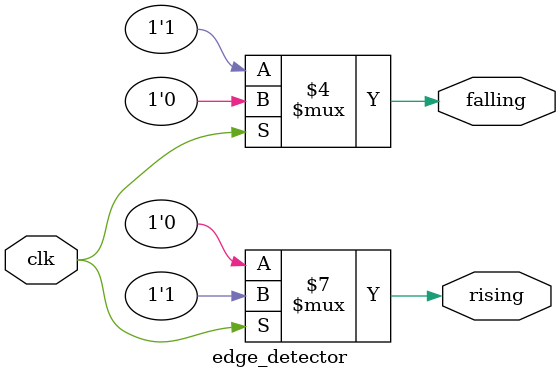
<source format=v>
module edge_detector(clk,rising,falling);
input clk;
output reg rising,falling;
always@(clk)
begin
 if(clk==1)
begin
rising=1'b1;
falling=1'b0;
end
else
begin
rising=1'b0;
falling=1'b1;
end
end 
endmodule

</source>
